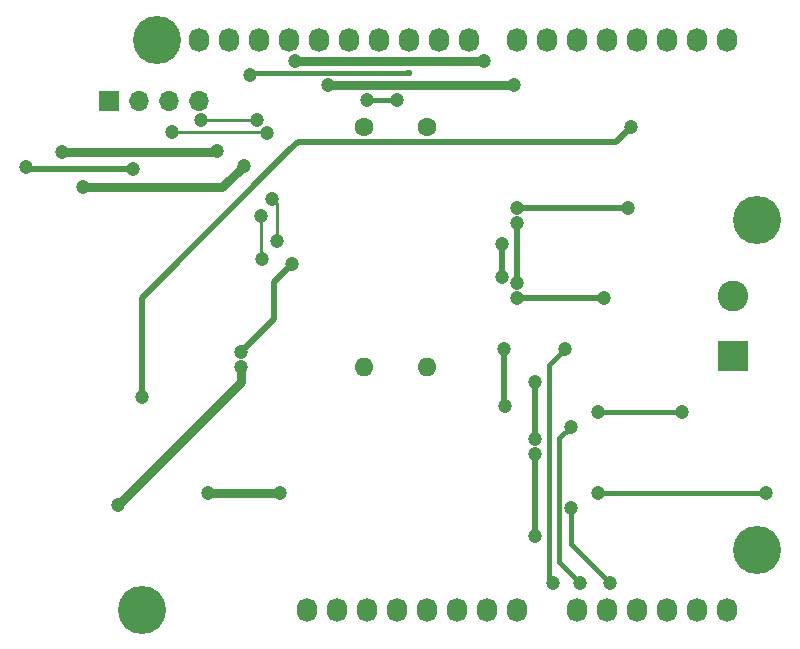
<source format=gbr>
%TF.GenerationSoftware,KiCad,Pcbnew,5.1.12-5.1.12*%
%TF.CreationDate,2021-12-16T19:46:46+00:00*%
%TF.ProjectId,UnoMeter,556e6f4d-6574-4657-922e-6b696361645f,V 0.5*%
%TF.SameCoordinates,Original*%
%TF.FileFunction,Copper,L2,Bot*%
%TF.FilePolarity,Positive*%
%FSLAX46Y46*%
G04 Gerber Fmt 4.6, Leading zero omitted, Abs format (unit mm)*
G04 Created by KiCad (PCBNEW 5.1.12-5.1.12) date 2021-12-16 19:46:46*
%MOMM*%
%LPD*%
G01*
G04 APERTURE LIST*
%TA.AperFunction,ComponentPad*%
%ADD10O,1.600000X1.600000*%
%TD*%
%TA.AperFunction,ComponentPad*%
%ADD11C,1.600000*%
%TD*%
%TA.AperFunction,ComponentPad*%
%ADD12C,2.600000*%
%TD*%
%TA.AperFunction,ComponentPad*%
%ADD13R,2.600000X2.600000*%
%TD*%
%TA.AperFunction,ComponentPad*%
%ADD14O,1.700000X1.700000*%
%TD*%
%TA.AperFunction,ComponentPad*%
%ADD15R,1.700000X1.700000*%
%TD*%
%TA.AperFunction,ComponentPad*%
%ADD16O,1.727200X2.032000*%
%TD*%
%TA.AperFunction,ComponentPad*%
%ADD17C,4.064000*%
%TD*%
%TA.AperFunction,ViaPad*%
%ADD18C,1.200000*%
%TD*%
%TA.AperFunction,ViaPad*%
%ADD19C,0.600000*%
%TD*%
%TA.AperFunction,Conductor*%
%ADD20C,0.508000*%
%TD*%
%TA.AperFunction,Conductor*%
%ADD21C,0.762000*%
%TD*%
%TA.AperFunction,Conductor*%
%ADD22C,0.254000*%
%TD*%
%TA.AperFunction,Conductor*%
%ADD23C,0.381000*%
%TD*%
G04 APERTURE END LIST*
D10*
%TO.P,R28,2*%
%TO.N,Net-(C14-Pad1)*%
X149098000Y-103251000D03*
D11*
%TO.P,R28,1*%
%TO.N,Net-(Q3-Pad3)*%
X149098000Y-82931000D03*
%TD*%
D10*
%TO.P,R27,2*%
%TO.N,Net-(C14-Pad1)*%
X143764000Y-103251000D03*
D11*
%TO.P,R27,1*%
%TO.N,Net-(Q3-Pad3)*%
X143764000Y-82931000D03*
%TD*%
D12*
%TO.P,J1,2*%
%TO.N,/VMEAS+*%
X174998000Y-97285000D03*
D13*
%TO.P,J1,1*%
%TO.N,/VMEAS-*%
X174998000Y-102365000D03*
%TD*%
D14*
%TO.P,D1,2*%
%TO.N,GND*%
X124714000Y-80730000D03*
D15*
%TO.P,D1,1*%
%TO.N,+5V*%
X122174000Y-80730000D03*
D14*
%TO.P,D1,3*%
%TO.N,/A5(SCL)*%
X127254000Y-80730000D03*
%TO.P,D1,4*%
%TO.N,/A4(SDA)*%
X129794000Y-80730000D03*
%TD*%
D16*
%TO.P,P1,1*%
%TO.N,N/C*%
X138938000Y-123825000D03*
%TO.P,P1,2*%
X141478000Y-123825000D03*
%TO.P,P1,3*%
X144018000Y-123825000D03*
%TO.P,P1,4*%
X146558000Y-123825000D03*
%TO.P,P1,5*%
%TO.N,+5V*%
X149098000Y-123825000D03*
%TO.P,P1,6*%
%TO.N,GND*%
X151638000Y-123825000D03*
%TO.P,P1,7*%
X154178000Y-123825000D03*
%TO.P,P1,8*%
%TO.N,/Vin*%
X156718000Y-123825000D03*
%TD*%
%TO.P,P2,1*%
%TO.N,/1000*%
X161798000Y-123825000D03*
%TO.P,P2,2*%
%TO.N,/100*%
X164338000Y-123825000D03*
%TO.P,P2,3*%
%TO.N,/10*%
X166878000Y-123825000D03*
%TO.P,P2,4*%
%TO.N,N/C*%
X169418000Y-123825000D03*
%TO.P,P2,5*%
X171958000Y-123825000D03*
%TO.P,P2,6*%
X174498000Y-123825000D03*
%TD*%
%TO.P,P3,1*%
%TO.N,/A5(SCL)*%
X129794000Y-75565000D03*
%TO.P,P3,2*%
%TO.N,/A4(SDA)*%
X132334000Y-75565000D03*
%TO.P,P3,3*%
%TO.N,N/C*%
X134874000Y-75565000D03*
%TO.P,P3,4*%
X137414000Y-75565000D03*
%TO.P,P3,5*%
%TO.N,/SCK*%
X139954000Y-75565000D03*
%TO.P,P3,6*%
%TO.N,/MISO*%
X142494000Y-75565000D03*
%TO.P,P3,7*%
%TO.N,/MOSI*%
X145034000Y-75565000D03*
%TO.P,P3,8*%
%TO.N,/HEATER*%
X147574000Y-75565000D03*
%TO.P,P3,9*%
%TO.N,N/C*%
X150114000Y-75565000D03*
%TO.P,P3,10*%
%TO.N,/ADCCE*%
X152654000Y-75565000D03*
%TD*%
%TO.P,P4,1*%
%TO.N,N/C*%
X156718000Y-75565000D03*
%TO.P,P4,2*%
%TO.N,/VRANGE*%
X159258000Y-75565000D03*
%TO.P,P4,3*%
%TO.N,N/C*%
X161798000Y-75565000D03*
%TO.P,P4,4*%
X164338000Y-75565000D03*
%TO.P,P4,5*%
X166878000Y-75565000D03*
%TO.P,P4,6*%
X169418000Y-75565000D03*
%TO.P,P4,7*%
X171958000Y-75565000D03*
%TO.P,P4,8*%
X174498000Y-75565000D03*
%TD*%
D17*
%TO.P,P5,1*%
%TO.N,N/C*%
X124968000Y-123825000D03*
%TD*%
%TO.P,P6,1*%
%TO.N,N/C*%
X177038000Y-118745000D03*
%TD*%
%TO.P,P7,1*%
%TO.N,N/C*%
X126238000Y-75565000D03*
%TD*%
%TO.P,P8,1*%
%TO.N,N/C*%
X177038000Y-90805000D03*
%TD*%
D18*
%TO.N,+5V*%
X124206000Y-86487000D03*
X115168035Y-86391572D03*
X122936000Y-114935000D03*
X137668000Y-94576990D03*
X133349998Y-103251000D03*
X133349990Y-101981000D03*
%TO.N,/Vin*%
X166370000Y-82931000D03*
X124968000Y-105791000D03*
%TO.N,/A4(SDA)*%
X129998004Y-82365000D03*
X134713331Y-82402236D03*
X135078878Y-90491546D03*
X135128000Y-94107000D03*
%TO.N,/A5(SCL)*%
X127498006Y-83365000D03*
X135597815Y-83487464D03*
X136398000Y-92583000D03*
X135978990Y-89027000D03*
%TO.N,GNDA*%
X136652000Y-113919000D03*
X130548012Y-113927000D03*
X155448000Y-92837000D03*
X155600897Y-101727000D03*
X155702000Y-106553000D03*
X155448000Y-95631000D03*
%TO.N,GNDD*%
X156464000Y-79375000D03*
X140716000Y-79375000D03*
X133578510Y-86233000D03*
X119968000Y-88091000D03*
%TO.N,/VDDD*%
X137905993Y-77342994D03*
X153924000Y-77343000D03*
X118237000Y-85090000D03*
X131318000Y-84963000D03*
%TO.N,/VDDA*%
X156718000Y-91059000D03*
X158242000Y-110617000D03*
X164084000Y-97409000D03*
X166116000Y-89789000D03*
X156718000Y-89789002D03*
X158242000Y-117624990D03*
X158242000Y-109347000D03*
X158242000Y-104521000D03*
X156718000Y-97409000D03*
X156747879Y-96150951D03*
%TO.N,/HEATER*%
X134144467Y-78556471D03*
D19*
X147574000Y-78359000D03*
D18*
%TO.N,/SCK*%
X146558000Y-80645000D03*
X144018000Y-80645000D03*
%TO.N,/VMEAS-*%
X163576000Y-107061000D03*
X170688000Y-107061000D03*
X163576000Y-113919000D03*
X177800000Y-113919000D03*
%TO.N,/1000*%
X160782000Y-101727000D03*
X159766000Y-121539000D03*
%TO.N,/100*%
X161290000Y-108331000D03*
X162052000Y-121539000D03*
%TO.N,/10*%
X161290000Y-115189000D03*
X164592000Y-121539000D03*
%TD*%
D20*
%TO.N,+5V*%
X115263463Y-86487000D02*
X115168035Y-86391572D01*
X124206000Y-86487000D02*
X115263463Y-86487000D01*
D21*
X133349998Y-104521002D02*
X133349998Y-103251000D01*
X122936000Y-114935000D02*
X133349998Y-104521002D01*
D20*
X136144000Y-99186990D02*
X133349990Y-101981000D01*
X136144000Y-96100990D02*
X136144000Y-99186990D01*
X137668000Y-94576990D02*
X136144000Y-96100990D01*
%TO.N,/Vin*%
X165100000Y-84201000D02*
X166370000Y-82931000D01*
X138176000Y-84201000D02*
X165100000Y-84201000D01*
X137452001Y-84924999D02*
X138176000Y-84201000D01*
X137452001Y-84924999D02*
X124968000Y-97409000D01*
X124968000Y-97409000D02*
X124968000Y-98679000D01*
X124968000Y-98679000D02*
X124968000Y-105791000D01*
D22*
%TO.N,/A4(SDA)*%
X129998004Y-82365000D02*
X134676095Y-82365000D01*
X134676095Y-82365000D02*
X134713331Y-82402236D01*
X135078878Y-94057878D02*
X135128000Y-94107000D01*
X135078878Y-90491546D02*
X135078878Y-94057878D01*
%TO.N,/A5(SCL)*%
X135475351Y-83365000D02*
X135597815Y-83487464D01*
X127498006Y-83365000D02*
X135475351Y-83365000D01*
X136398000Y-89446010D02*
X135978990Y-89027000D01*
X136398000Y-92583000D02*
X136398000Y-89446010D01*
D21*
%TO.N,GNDA*%
X136652000Y-113919000D02*
X130556012Y-113919000D01*
X130556012Y-113919000D02*
X130548012Y-113927000D01*
D20*
X155600897Y-101727000D02*
X155600897Y-106451897D01*
D22*
X155600897Y-106451897D02*
X155702000Y-106553000D01*
D20*
X155448000Y-92837000D02*
X155448000Y-95631000D01*
D22*
%TO.N,GNDD*%
X156464000Y-79329001D02*
X156464000Y-79375000D01*
D21*
X156464000Y-79375000D02*
X141564528Y-79375000D01*
X141564528Y-79375000D02*
X140716000Y-79375000D01*
X133578510Y-86233000D02*
X131720510Y-88091000D01*
X131720510Y-88091000D02*
X119968000Y-88091000D01*
%TO.N,/VDDD*%
X153923994Y-77342994D02*
X153924000Y-77343000D01*
X137905993Y-77342994D02*
X153923994Y-77342994D01*
X118237000Y-85090000D02*
X131191000Y-85090000D01*
X131191000Y-85090000D02*
X131318000Y-84963000D01*
D20*
%TO.N,/VDDA*%
X166116000Y-89789000D02*
X156718000Y-89789000D01*
X156718000Y-89789000D02*
X156718000Y-89789002D01*
X158242000Y-110617000D02*
X158242000Y-117624990D01*
X158242000Y-104521000D02*
X158242000Y-109347000D01*
X164084000Y-97409000D02*
X156718000Y-97409000D01*
X156718000Y-96121072D02*
X156747879Y-96150951D01*
X156718000Y-90805000D02*
X156718000Y-96121072D01*
D23*
%TO.N,/HEATER*%
X134341938Y-78359000D02*
X134144467Y-78556471D01*
X147574000Y-78359000D02*
X134341938Y-78359000D01*
%TO.N,/SCK*%
X146558000Y-80645000D02*
X144018000Y-80645000D01*
%TO.N,/VMEAS-*%
X163576000Y-107061000D02*
X170688000Y-107061000D01*
X163576000Y-113919000D02*
X177800000Y-113919000D01*
%TO.N,/1000*%
X159420001Y-121193001D02*
X159766000Y-121539000D01*
X160782000Y-101727000D02*
X159420001Y-103088999D01*
X159420001Y-103088999D02*
X159420001Y-121193001D01*
%TO.N,/100*%
X160299499Y-119786499D02*
X162052000Y-121539000D01*
X160299499Y-109321501D02*
X160299499Y-119786499D01*
X161290000Y-108331000D02*
X160299499Y-109321501D01*
%TO.N,/10*%
X161290000Y-118237000D02*
X164592000Y-121539000D01*
X161290000Y-118237000D02*
X161290000Y-115189000D01*
%TD*%
M02*

</source>
